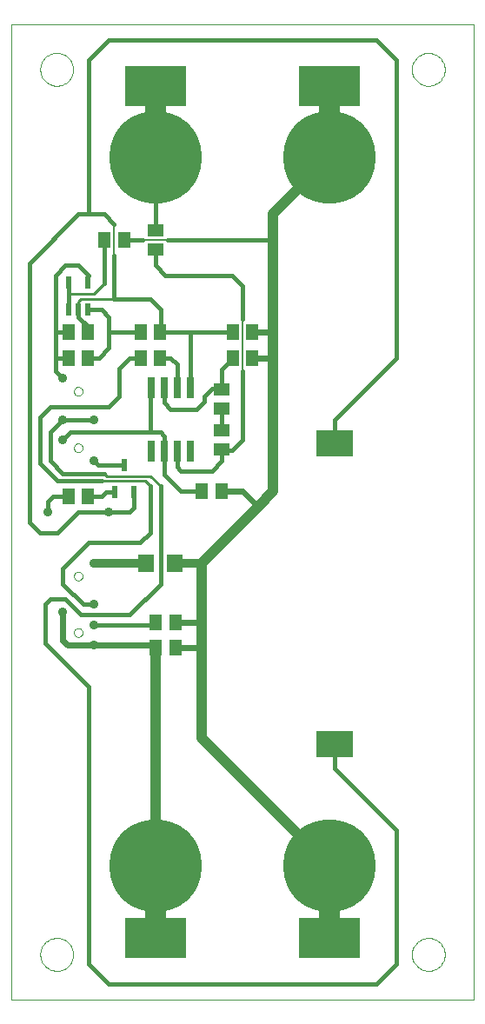
<source format=gbl>
G75*
G70*
%OFA0B0*%
%FSLAX24Y24*%
%IPPOS*%
%LPD*%
%AMOC8*
5,1,8,0,0,1.08239X$1,22.5*
%
%ADD10C,0.0000*%
%ADD11R,0.0630X0.0710*%
%ADD12R,0.0260X0.0800*%
%ADD13R,0.0236X0.0472*%
%ADD14R,0.0220X0.0500*%
%ADD15R,0.1417X0.1024*%
%ADD16C,0.3543*%
%ADD17R,0.2362X0.1575*%
%ADD18R,0.0787X0.0394*%
%ADD19R,0.0512X0.0591*%
%ADD20R,0.0591X0.0512*%
%ADD21C,0.0240*%
%ADD22C,0.0400*%
%ADD23C,0.0320*%
%ADD24C,0.0160*%
%ADD25C,0.0079*%
%ADD26C,0.0356*%
%ADD27C,0.0100*%
D10*
X000367Y000100D02*
X000367Y037502D01*
X018084Y037502D01*
X018084Y000100D01*
X000367Y000100D01*
X001470Y001832D02*
X001472Y001882D01*
X001478Y001932D01*
X001488Y001981D01*
X001502Y002029D01*
X001519Y002076D01*
X001540Y002121D01*
X001565Y002165D01*
X001593Y002206D01*
X001625Y002245D01*
X001659Y002282D01*
X001696Y002316D01*
X001736Y002346D01*
X001778Y002373D01*
X001822Y002397D01*
X001868Y002418D01*
X001915Y002434D01*
X001963Y002447D01*
X002013Y002456D01*
X002062Y002461D01*
X002113Y002462D01*
X002163Y002459D01*
X002212Y002452D01*
X002261Y002441D01*
X002309Y002426D01*
X002355Y002408D01*
X002400Y002386D01*
X002443Y002360D01*
X002484Y002331D01*
X002523Y002299D01*
X002559Y002264D01*
X002591Y002226D01*
X002621Y002186D01*
X002648Y002143D01*
X002671Y002099D01*
X002690Y002053D01*
X002706Y002005D01*
X002718Y001956D01*
X002726Y001907D01*
X002730Y001857D01*
X002730Y001807D01*
X002726Y001757D01*
X002718Y001708D01*
X002706Y001659D01*
X002690Y001611D01*
X002671Y001565D01*
X002648Y001521D01*
X002621Y001478D01*
X002591Y001438D01*
X002559Y001400D01*
X002523Y001365D01*
X002484Y001333D01*
X002443Y001304D01*
X002400Y001278D01*
X002355Y001256D01*
X002309Y001238D01*
X002261Y001223D01*
X002212Y001212D01*
X002163Y001205D01*
X002113Y001202D01*
X002062Y001203D01*
X002013Y001208D01*
X001963Y001217D01*
X001915Y001230D01*
X001868Y001246D01*
X001822Y001267D01*
X001778Y001291D01*
X001736Y001318D01*
X001696Y001348D01*
X001659Y001382D01*
X001625Y001419D01*
X001593Y001458D01*
X001565Y001499D01*
X001540Y001543D01*
X001519Y001588D01*
X001502Y001635D01*
X001488Y001683D01*
X001478Y001732D01*
X001472Y001782D01*
X001470Y001832D01*
X002759Y014175D02*
X002761Y014200D01*
X002767Y014225D01*
X002776Y014249D01*
X002789Y014271D01*
X002806Y014291D01*
X002825Y014308D01*
X002846Y014322D01*
X002870Y014332D01*
X002894Y014339D01*
X002920Y014342D01*
X002945Y014341D01*
X002970Y014336D01*
X002994Y014327D01*
X003017Y014315D01*
X003037Y014300D01*
X003055Y014281D01*
X003070Y014260D01*
X003081Y014237D01*
X003089Y014213D01*
X003093Y014188D01*
X003093Y014162D01*
X003089Y014137D01*
X003081Y014113D01*
X003070Y014090D01*
X003055Y014069D01*
X003037Y014050D01*
X003017Y014035D01*
X002994Y014023D01*
X002970Y014014D01*
X002945Y014009D01*
X002920Y014008D01*
X002894Y014011D01*
X002870Y014018D01*
X002846Y014028D01*
X002825Y014042D01*
X002806Y014059D01*
X002789Y014079D01*
X002776Y014101D01*
X002767Y014125D01*
X002761Y014150D01*
X002759Y014175D01*
X002759Y016340D02*
X002761Y016365D01*
X002767Y016390D01*
X002776Y016414D01*
X002789Y016436D01*
X002806Y016456D01*
X002825Y016473D01*
X002846Y016487D01*
X002870Y016497D01*
X002894Y016504D01*
X002920Y016507D01*
X002945Y016506D01*
X002970Y016501D01*
X002994Y016492D01*
X003017Y016480D01*
X003037Y016465D01*
X003055Y016446D01*
X003070Y016425D01*
X003081Y016402D01*
X003089Y016378D01*
X003093Y016353D01*
X003093Y016327D01*
X003089Y016302D01*
X003081Y016278D01*
X003070Y016255D01*
X003055Y016234D01*
X003037Y016215D01*
X003017Y016200D01*
X002994Y016188D01*
X002970Y016179D01*
X002945Y016174D01*
X002920Y016173D01*
X002894Y016176D01*
X002870Y016183D01*
X002846Y016193D01*
X002825Y016207D01*
X002806Y016224D01*
X002789Y016244D01*
X002776Y016266D01*
X002767Y016290D01*
X002761Y016315D01*
X002759Y016340D01*
X002759Y021261D02*
X002761Y021286D01*
X002767Y021311D01*
X002776Y021335D01*
X002789Y021357D01*
X002806Y021377D01*
X002825Y021394D01*
X002846Y021408D01*
X002870Y021418D01*
X002894Y021425D01*
X002920Y021428D01*
X002945Y021427D01*
X002970Y021422D01*
X002994Y021413D01*
X003017Y021401D01*
X003037Y021386D01*
X003055Y021367D01*
X003070Y021346D01*
X003081Y021323D01*
X003089Y021299D01*
X003093Y021274D01*
X003093Y021248D01*
X003089Y021223D01*
X003081Y021199D01*
X003070Y021176D01*
X003055Y021155D01*
X003037Y021136D01*
X003017Y021121D01*
X002994Y021109D01*
X002970Y021100D01*
X002945Y021095D01*
X002920Y021094D01*
X002894Y021097D01*
X002870Y021104D01*
X002846Y021114D01*
X002825Y021128D01*
X002806Y021145D01*
X002789Y021165D01*
X002776Y021187D01*
X002767Y021211D01*
X002761Y021236D01*
X002759Y021261D01*
X002759Y023427D02*
X002761Y023452D01*
X002767Y023477D01*
X002776Y023501D01*
X002789Y023523D01*
X002806Y023543D01*
X002825Y023560D01*
X002846Y023574D01*
X002870Y023584D01*
X002894Y023591D01*
X002920Y023594D01*
X002945Y023593D01*
X002970Y023588D01*
X002994Y023579D01*
X003017Y023567D01*
X003037Y023552D01*
X003055Y023533D01*
X003070Y023512D01*
X003081Y023489D01*
X003089Y023465D01*
X003093Y023440D01*
X003093Y023414D01*
X003089Y023389D01*
X003081Y023365D01*
X003070Y023342D01*
X003055Y023321D01*
X003037Y023302D01*
X003017Y023287D01*
X002994Y023275D01*
X002970Y023266D01*
X002945Y023261D01*
X002920Y023260D01*
X002894Y023263D01*
X002870Y023270D01*
X002846Y023280D01*
X002825Y023294D01*
X002806Y023311D01*
X002789Y023331D01*
X002776Y023353D01*
X002767Y023377D01*
X002761Y023402D01*
X002759Y023427D01*
X001470Y035769D02*
X001472Y035819D01*
X001478Y035869D01*
X001488Y035918D01*
X001502Y035966D01*
X001519Y036013D01*
X001540Y036058D01*
X001565Y036102D01*
X001593Y036143D01*
X001625Y036182D01*
X001659Y036219D01*
X001696Y036253D01*
X001736Y036283D01*
X001778Y036310D01*
X001822Y036334D01*
X001868Y036355D01*
X001915Y036371D01*
X001963Y036384D01*
X002013Y036393D01*
X002062Y036398D01*
X002113Y036399D01*
X002163Y036396D01*
X002212Y036389D01*
X002261Y036378D01*
X002309Y036363D01*
X002355Y036345D01*
X002400Y036323D01*
X002443Y036297D01*
X002484Y036268D01*
X002523Y036236D01*
X002559Y036201D01*
X002591Y036163D01*
X002621Y036123D01*
X002648Y036080D01*
X002671Y036036D01*
X002690Y035990D01*
X002706Y035942D01*
X002718Y035893D01*
X002726Y035844D01*
X002730Y035794D01*
X002730Y035744D01*
X002726Y035694D01*
X002718Y035645D01*
X002706Y035596D01*
X002690Y035548D01*
X002671Y035502D01*
X002648Y035458D01*
X002621Y035415D01*
X002591Y035375D01*
X002559Y035337D01*
X002523Y035302D01*
X002484Y035270D01*
X002443Y035241D01*
X002400Y035215D01*
X002355Y035193D01*
X002309Y035175D01*
X002261Y035160D01*
X002212Y035149D01*
X002163Y035142D01*
X002113Y035139D01*
X002062Y035140D01*
X002013Y035145D01*
X001963Y035154D01*
X001915Y035167D01*
X001868Y035183D01*
X001822Y035204D01*
X001778Y035228D01*
X001736Y035255D01*
X001696Y035285D01*
X001659Y035319D01*
X001625Y035356D01*
X001593Y035395D01*
X001565Y035436D01*
X001540Y035480D01*
X001519Y035525D01*
X001502Y035572D01*
X001488Y035620D01*
X001478Y035669D01*
X001472Y035719D01*
X001470Y035769D01*
X015722Y035769D02*
X015724Y035819D01*
X015730Y035869D01*
X015740Y035918D01*
X015754Y035966D01*
X015771Y036013D01*
X015792Y036058D01*
X015817Y036102D01*
X015845Y036143D01*
X015877Y036182D01*
X015911Y036219D01*
X015948Y036253D01*
X015988Y036283D01*
X016030Y036310D01*
X016074Y036334D01*
X016120Y036355D01*
X016167Y036371D01*
X016215Y036384D01*
X016265Y036393D01*
X016314Y036398D01*
X016365Y036399D01*
X016415Y036396D01*
X016464Y036389D01*
X016513Y036378D01*
X016561Y036363D01*
X016607Y036345D01*
X016652Y036323D01*
X016695Y036297D01*
X016736Y036268D01*
X016775Y036236D01*
X016811Y036201D01*
X016843Y036163D01*
X016873Y036123D01*
X016900Y036080D01*
X016923Y036036D01*
X016942Y035990D01*
X016958Y035942D01*
X016970Y035893D01*
X016978Y035844D01*
X016982Y035794D01*
X016982Y035744D01*
X016978Y035694D01*
X016970Y035645D01*
X016958Y035596D01*
X016942Y035548D01*
X016923Y035502D01*
X016900Y035458D01*
X016873Y035415D01*
X016843Y035375D01*
X016811Y035337D01*
X016775Y035302D01*
X016736Y035270D01*
X016695Y035241D01*
X016652Y035215D01*
X016607Y035193D01*
X016561Y035175D01*
X016513Y035160D01*
X016464Y035149D01*
X016415Y035142D01*
X016365Y035139D01*
X016314Y035140D01*
X016265Y035145D01*
X016215Y035154D01*
X016167Y035167D01*
X016120Y035183D01*
X016074Y035204D01*
X016030Y035228D01*
X015988Y035255D01*
X015948Y035285D01*
X015911Y035319D01*
X015877Y035356D01*
X015845Y035395D01*
X015817Y035436D01*
X015792Y035480D01*
X015771Y035525D01*
X015754Y035572D01*
X015740Y035620D01*
X015730Y035669D01*
X015724Y035719D01*
X015722Y035769D01*
X015722Y001832D02*
X015724Y001882D01*
X015730Y001932D01*
X015740Y001981D01*
X015754Y002029D01*
X015771Y002076D01*
X015792Y002121D01*
X015817Y002165D01*
X015845Y002206D01*
X015877Y002245D01*
X015911Y002282D01*
X015948Y002316D01*
X015988Y002346D01*
X016030Y002373D01*
X016074Y002397D01*
X016120Y002418D01*
X016167Y002434D01*
X016215Y002447D01*
X016265Y002456D01*
X016314Y002461D01*
X016365Y002462D01*
X016415Y002459D01*
X016464Y002452D01*
X016513Y002441D01*
X016561Y002426D01*
X016607Y002408D01*
X016652Y002386D01*
X016695Y002360D01*
X016736Y002331D01*
X016775Y002299D01*
X016811Y002264D01*
X016843Y002226D01*
X016873Y002186D01*
X016900Y002143D01*
X016923Y002099D01*
X016942Y002053D01*
X016958Y002005D01*
X016970Y001956D01*
X016978Y001907D01*
X016982Y001857D01*
X016982Y001807D01*
X016978Y001757D01*
X016970Y001708D01*
X016958Y001659D01*
X016942Y001611D01*
X016923Y001565D01*
X016900Y001521D01*
X016873Y001478D01*
X016843Y001438D01*
X016811Y001400D01*
X016775Y001365D01*
X016736Y001333D01*
X016695Y001304D01*
X016652Y001278D01*
X016607Y001256D01*
X016561Y001238D01*
X016513Y001223D01*
X016464Y001212D01*
X016415Y001205D01*
X016365Y001202D01*
X016314Y001203D01*
X016265Y001208D01*
X016215Y001217D01*
X016167Y001230D01*
X016120Y001246D01*
X016074Y001267D01*
X016030Y001291D01*
X015988Y001318D01*
X015948Y001348D01*
X015911Y001382D01*
X015877Y001419D01*
X015845Y001458D01*
X015817Y001499D01*
X015792Y001543D01*
X015771Y001588D01*
X015754Y001635D01*
X015740Y001683D01*
X015730Y001732D01*
X015724Y001782D01*
X015722Y001832D01*
D11*
X006636Y016832D03*
X005516Y016832D03*
D12*
X005720Y021134D03*
X006220Y021134D03*
X006720Y021134D03*
X007220Y021134D03*
X007220Y023554D03*
X006720Y023554D03*
X006220Y023554D03*
X005720Y023554D03*
D13*
X003300Y026554D03*
X002926Y026554D03*
X002552Y026554D03*
X002552Y027583D03*
X003300Y027583D03*
D14*
X004698Y020590D03*
X004328Y019570D03*
X005068Y019570D03*
D15*
X012769Y021419D03*
X012769Y009883D03*
D16*
X012572Y005218D03*
X005879Y005218D03*
X005879Y032383D03*
X012572Y032383D03*
D17*
X012572Y035139D03*
X005879Y035139D03*
X005879Y002462D03*
X012572Y002462D03*
D18*
X012572Y003446D03*
X005879Y003446D03*
X005879Y034155D03*
X012572Y034155D03*
D19*
X009600Y025691D03*
X009600Y024706D03*
X008852Y024706D03*
X008852Y025691D03*
X006056Y025691D03*
X006056Y024706D03*
X005308Y024706D03*
X005308Y025691D03*
X004678Y029234D03*
X003930Y029234D03*
X003300Y025691D03*
X003300Y024706D03*
X002552Y024706D03*
X002552Y025691D03*
X002552Y019391D03*
X003300Y019391D03*
X005899Y014569D03*
X005899Y013584D03*
X006647Y013584D03*
X006647Y014569D03*
X007670Y019588D03*
X008418Y019588D03*
D20*
X008438Y021183D03*
X008438Y021931D03*
X008438Y022757D03*
X008438Y023506D03*
X005879Y028860D03*
X005879Y029608D03*
D21*
X009600Y025691D02*
X010407Y025691D01*
X010407Y024706D02*
X009600Y024706D01*
X009226Y019588D02*
X008418Y019588D01*
X009226Y019588D02*
X009816Y018998D01*
X007651Y014569D02*
X006647Y014569D01*
X006647Y013584D02*
X007651Y013584D01*
X005800Y013683D02*
X003517Y013683D01*
X002533Y013683D01*
X002336Y013880D01*
X002336Y014962D01*
D22*
X005879Y013565D02*
X005879Y005218D01*
X007651Y010139D02*
X012572Y005218D01*
X007651Y010139D02*
X007651Y013584D01*
X007651Y014569D01*
X007651Y016832D01*
X009816Y018998D01*
X010407Y019588D01*
X010407Y024706D01*
X010407Y025691D01*
X010407Y029234D01*
X010407Y030218D01*
X012572Y032383D01*
D23*
X007651Y016832D02*
X006636Y016832D01*
X005485Y016832D02*
X003517Y016832D01*
D24*
X003320Y017620D02*
X005289Y017620D01*
X005682Y018013D01*
X005682Y019785D01*
X006076Y019785D02*
X006076Y016045D01*
X004895Y014864D01*
X003025Y014864D01*
X002434Y015454D01*
X001844Y015454D01*
X001647Y015257D01*
X001647Y013781D01*
X003320Y012108D01*
X003320Y001478D01*
X004107Y000691D01*
X014344Y000691D01*
X015131Y001478D01*
X015131Y006596D01*
X012769Y008958D01*
X012769Y009883D01*
X007670Y019588D02*
X006863Y019588D01*
X006220Y020232D01*
X006220Y021134D01*
X006220Y021708D01*
X006076Y021852D01*
X005682Y021852D01*
X005682Y023554D01*
X005720Y023554D01*
X006220Y023554D02*
X006220Y022988D01*
X006470Y022738D01*
X007454Y022738D01*
X007749Y023033D01*
X007749Y023230D01*
X008044Y023525D01*
X008418Y023525D01*
X008418Y024273D01*
X008852Y024706D01*
X009226Y024214D02*
X009226Y021557D01*
X008832Y021163D01*
X008458Y021163D01*
X008438Y021183D01*
X008438Y020769D01*
X008044Y020376D01*
X006863Y020376D01*
X006720Y020519D01*
X006720Y021134D01*
X005682Y021852D02*
X002631Y021852D01*
X002336Y021557D01*
X001844Y021852D02*
X001844Y020769D01*
X002336Y020277D01*
X003911Y020277D01*
X003812Y019982D02*
X002139Y019982D01*
X001450Y020671D01*
X001450Y022443D01*
X001844Y022836D01*
X004107Y022836D01*
X004501Y023230D01*
X004501Y024313D01*
X004895Y024706D01*
X005289Y024706D01*
X005308Y025691D02*
X004107Y025691D01*
X004107Y025100D01*
X003714Y024706D01*
X003300Y024706D01*
X003300Y025691D02*
X003300Y025868D01*
X003320Y025887D01*
X002926Y026281D01*
X002926Y026554D01*
X002552Y026554D02*
X002552Y027069D01*
X002552Y027583D01*
X002552Y027088D01*
X002041Y027856D02*
X002434Y028250D01*
X002926Y028250D01*
X003320Y027856D01*
X003300Y027836D01*
X003300Y027583D01*
X003911Y027561D02*
X003911Y029234D01*
X004304Y029824D02*
X003911Y030218D01*
X003320Y030218D01*
X003320Y036124D01*
X004107Y036911D01*
X014344Y036911D01*
X015131Y036124D01*
X015131Y024706D01*
X012769Y022344D01*
X012769Y021419D01*
X009226Y026183D02*
X009226Y027462D01*
X008832Y027856D01*
X006273Y027856D01*
X005879Y028250D01*
X005879Y028860D01*
X005879Y029608D02*
X005879Y032383D01*
X005387Y029234D02*
X004678Y029234D01*
X004304Y028643D02*
X004304Y026970D01*
X005682Y026970D01*
X006076Y026576D01*
X006076Y025691D01*
X007257Y025691D01*
X007220Y025653D01*
X007220Y023554D01*
X006720Y023554D02*
X006720Y024456D01*
X006470Y024706D01*
X006076Y024706D01*
X006056Y025691D02*
X006076Y025691D01*
X007257Y025691D02*
X008832Y025691D01*
X008418Y023525D02*
X008438Y023506D01*
X008438Y022738D02*
X008438Y021931D01*
X005068Y019570D02*
X005068Y018974D01*
X004895Y018801D01*
X004107Y018801D01*
X002926Y018801D01*
X002139Y018013D01*
X001450Y018013D01*
X001056Y018407D01*
X001056Y028348D01*
X002926Y030218D01*
X003320Y030218D01*
X002041Y027856D02*
X002041Y025691D01*
X002041Y024706D01*
X002041Y024214D01*
X002336Y023919D01*
X002533Y024706D02*
X002041Y024706D01*
X002041Y025691D02*
X002552Y025691D01*
X003300Y026554D02*
X003834Y026554D01*
X004107Y026281D01*
X004107Y025691D01*
X003517Y022344D02*
X002336Y022344D01*
X001844Y021852D01*
X001942Y019391D02*
X001745Y019194D01*
X001745Y018801D01*
X001942Y019391D02*
X002552Y019391D01*
X003300Y019391D02*
X003812Y019391D01*
X003991Y019570D01*
X004328Y019570D01*
X004698Y020590D02*
X003696Y020590D01*
X003517Y020769D01*
X003320Y017620D02*
X002336Y016635D01*
X002336Y016045D01*
X003123Y015257D01*
X003517Y015257D01*
X003517Y014470D02*
X005781Y014470D01*
X005879Y014569D01*
X005800Y013683D02*
X005899Y013584D01*
X005879Y013565D01*
X006371Y029234D02*
X010407Y029234D01*
D25*
X009226Y026183D02*
X009226Y024214D01*
X006371Y029234D02*
X005387Y029234D01*
X004304Y029824D02*
X004304Y028643D01*
X002631Y027167D02*
X002533Y027069D01*
X002552Y027069D01*
D26*
X002336Y023919D03*
X002336Y022344D03*
X002336Y021557D03*
X003517Y022344D03*
X003517Y020769D03*
X004107Y018801D03*
X003517Y016832D03*
X003517Y015257D03*
X003517Y014470D03*
X003517Y013683D03*
X002336Y014962D03*
X001745Y018801D03*
D27*
X003812Y019982D02*
X005485Y019982D01*
X005682Y019785D01*
X005682Y020179D02*
X004009Y020179D01*
X003911Y020277D01*
X005682Y020179D02*
X006076Y019785D01*
X002926Y026281D02*
X002926Y026872D01*
X003025Y026970D01*
X004304Y026970D01*
X003911Y027561D02*
X003517Y027167D01*
X002631Y027167D01*
M02*

</source>
